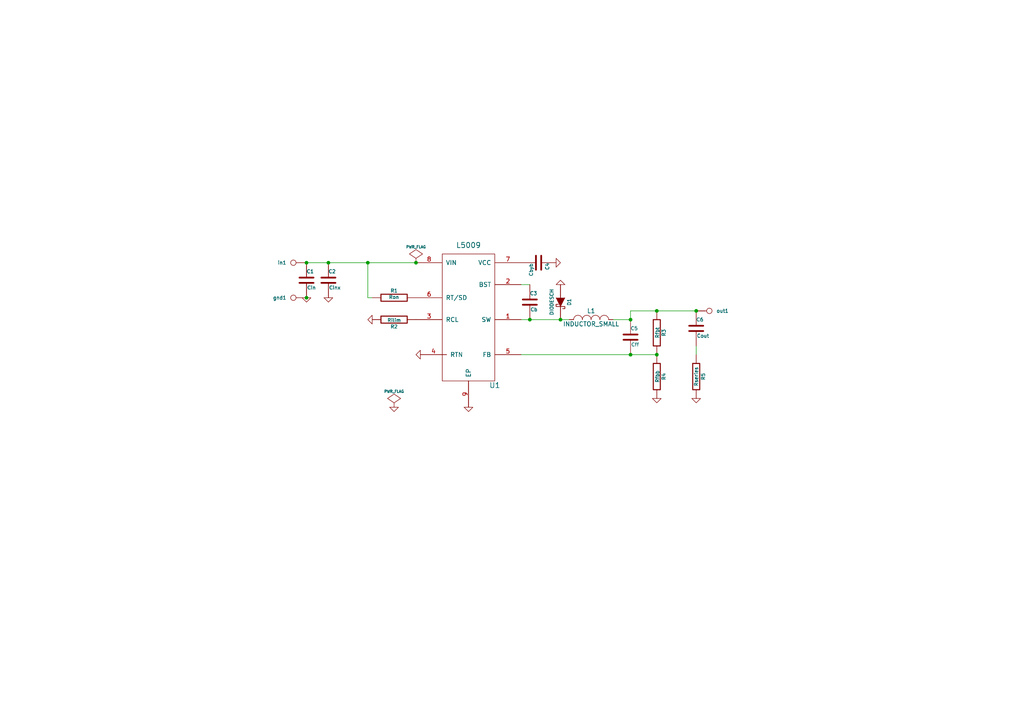
<source format=kicad_sch>
(kicad_sch (version 20230121) (generator eeschema)
  (paper "A4")
  (lib_symbols
    (symbol "step_down-rescue:C" (pin_numbers hide) (pin_names (offset 0.254))
      (property "Reference" "C" (at 0 2.54 0))
      (property "Value" "C" (at 0.1524 -2.159 0))
      (symbol "C_0_1"
        (polyline (pts (xy -2.032 -0.762) (xy 2.032 -0.762)) (stroke (width 0.508)))
        (polyline (pts (xy -2.032 0.762) (xy 2.032 0.762)) (stroke (width 0.508)))
      )
      (symbol "C_1_1"
        (pin passive line (at 0 5.08 270) (length 4.318) (name "~") (number "1"))
        (pin passive line (at 0 -5.08 90) (length 4.318) (name "~") (number "2"))
      )
    )
    (symbol "step_down-rescue:CONN_1" (pin_numbers hide) (pin_names (offset 0.762) hide)
      (property "Reference" "P" (at 2.032 0 0))
      (symbol "CONN_1_0_1"
        (polyline (pts (xy -0.762 0) (xy -1.27 0)))
        (circle (center 0 0) (radius 0.7874))
      )
      (symbol "CONN_1_1_1"
        (pin passive line (at -3.81 0 0) (length 2.54) (name "1") (number "1"))
      )
    )
    (symbol "step_down-rescue:DIODESCH" (pin_numbers hide) (pin_names (offset 1.016) hide)
      (property "Reference" "D" (at 0 2.54 0))
      (property "Value" "DIODESCH" (at 0 -2.54 0))
      (symbol "DIODESCH_0_1"
        (polyline (pts (xy -1.27 1.27) (xy 1.27 0) (xy -1.27 -1.27)) (fill (type outline)))
        (polyline (pts (xy 1.905 0.635) (xy 1.905 1.27) (xy 1.27 1.27) (xy 1.27 -1.27) (xy 0.635 -1.27) (xy 0.635 -0.635)) (stroke (width 0.2032)))
      )
      (symbol "DIODESCH_1_1"
        (pin passive line (at -5.08 0 0) (length 3.81) (name "A") (number "1"))
        (pin passive line (at 5.08 0 180) (length 3.81) (name "K") (number "2"))
      )
    )
    (symbol "step_down-rescue:GND" (power) (pin_names (offset 0))
      (symbol "GND_0_1"
        (polyline (pts (xy -1.27 0) (xy 0 -1.27) (xy 1.27 0) (xy -1.27 0)))
      )
      (symbol "GND_1_1"
        (pin power_in line (at 0 0 90) (length 0) hide (name "GND") (number "1"))
      )
    )
    (symbol "step_down-rescue:INDUCTOR_SMALL" (pin_numbers hide) (pin_names (offset 0) hide)
      (property "Reference" "L" (at 0 2.54 0))
      (property "Value" "INDUCTOR_SMALL" (at 0 -1.27 0))
      (symbol "INDUCTOR_SMALL_0_1"
        (arc (start -2.54 0) (mid -3.81 1.2645) (end -5.08 0))
        (arc (start 0 0) (mid -1.27 1.2645) (end -2.54 0))
        (arc (start 2.54 0) (mid 1.27 1.2645) (end 0 0))
        (arc (start 5.08 0) (mid 3.81 1.2645) (end 2.54 0))
      )
      (symbol "INDUCTOR_SMALL_1_1"
        (pin input line (at -6.35 0 0) (length 1.27) (name "1") (number "1"))
        (pin input line (at 6.35 0 180) (length 1.27) (name "2") (number "2"))
      )
    )
    (symbol "step_down-rescue:L5009" (pin_names (offset 1.016))
      (property "Reference" "U" (at 7.62 -17.78 0))
      (property "Value" "L5009" (at 0 22.86 0))
      (symbol "L5009_0_1"
        (rectangle (start -7.62 20.32) (end 7.62 -16.51))
      )
      (symbol "L5009_1_1"
        (pin output line (at 15.24 1.27 180) (length 7.62) (name "SW") (number "1"))
        (pin passive line (at 15.24 11.43 180) (length 7.62) (name "BST") (number "2"))
        (pin passive line (at -15.24 1.27 0) (length 7.62) (name "RCL") (number "3"))
        (pin power_in line (at -13.97 -8.89 0) (length 7.62) (name "RTN") (number "4"))
        (pin input line (at 15.24 -8.89 180) (length 7.62) (name "FB") (number "5"))
        (pin passive line (at -15.24 7.62 0) (length 7.62) (name "RT/SD") (number "6"))
        (pin power_out line (at 15.24 17.78 180) (length 7.62) (name "VCC") (number "7"))
        (pin power_in line (at -15.24 17.78 0) (length 7.62) (name "VIN") (number "8"))
        (pin passive line (at 0 -24.13 90) (length 7.62) (name "EP") (number "9"))
      )
    )
    (symbol "step_down-rescue:PWR_FLAG" (power) (pin_numbers hide) (pin_names (offset 0) hide)
      (property "Value" "PWR_FLAG" (at 0 4.572 0))
      (symbol "PWR_FLAG_0_0"
        (pin power_out line (at 0 0 90) (length 0) (name "pwr") (number "1"))
      )
      (symbol "PWR_FLAG_0_1"
        (polyline (pts (xy 0 0) (xy 0 1.27) (xy -1.905 2.54) (xy 0 3.81) (xy 1.905 2.54) (xy 0 1.27)))
      )
    )
    (symbol "step_down-rescue:R" (pin_numbers hide) (pin_names (offset 0))
      (property "Reference" "R" (at 2.032 0 90))
      (property "Value" "R" (at 0.1778 0.0254 90))
      (symbol "R_0_1"
        (rectangle (start -1.016 3.81) (end 1.016 -3.81) (stroke (width 0.3048)))
      )
      (symbol "R_1_1"
        (pin passive line (at 0 6.35 270) (length 2.54) (name "~") (number "1"))
        (pin passive line (at 0 -6.35 90) (length 2.54) (name "~") (number "2"))
      )
    )
  )
  (junction (at 162.56 92.71))
  (junction (at 182.88 102.87))
  (junction (at 182.88 92.71))
  (junction (at 201.93 90.17))
  (junction (at 95.25 76.2))
  (junction (at 190.5 90.17))
  (junction (at 106.68 76.2))
  (junction (at 88.9 86.36))
  (junction (at 190.5 102.87))
  (junction (at 88.9 76.2))
  (junction (at 120.65 76.2))
  (junction (at 153.67 92.71))
  (wire (pts (xy 106.68 76.2) (xy 106.68 86.36)))
  (wire (pts (xy 151.13 82.55) (xy 153.67 82.55)))
  (wire (pts (xy 182.88 92.71) (xy 182.88 90.17)))
  (wire (pts (xy 95.25 76.2) (xy 106.68 76.2)))
  (wire (pts (xy 162.56 92.71) (xy 165.1 92.71)))
  (wire (pts (xy 88.9 76.2) (xy 95.25 76.2)))
  (wire (pts (xy 190.5 90.17) (xy 201.93 90.17)))
  (wire (pts (xy 151.13 102.87) (xy 182.88 102.87)))
  (wire (pts (xy 182.88 90.17) (xy 190.5 90.17)))
  (wire (pts (xy 182.88 102.87) (xy 190.5 102.87)))
  (wire (pts (xy 153.67 92.71) (xy 162.56 92.71)))
  (wire (pts (xy 106.68 76.2) (xy 120.65 76.2)))
  (wire (pts (xy 201.93 102.87) (xy 201.93 100.33)))
  (wire (pts (xy 151.13 92.71) (xy 153.67 92.71)))
  (wire (pts (xy 106.68 86.36) (xy 107.95 86.36)))
  (wire (pts (xy 177.8 92.71) (xy 182.88 92.71)))
  (symbol (lib_id "step_down-rescue:C") (at 88.9 81.28 0) (unit 1)
    (property "Reference" "C1" (at 88.9 78.74 0) (effects (font (size 1.016 1.016)) (justify left)))
    (property "Value" "Cin" (at 89.0524 83.439 0) (effects (font (size 1.016 1.016)) (justify left)))
    (property "Footprint" "Capacitors_SMD:c_1206" (effects hide))
    (property "Bauteilwert" "1uF" (effects hide))
  )
  (symbol (lib_id "step_down-rescue:C") (at 95.25 81.28 0) (unit 1)
    (property "Reference" "C2" (at 95.25 78.74 0) (effects (font (size 1.016 1.016)) (justify left)))
    (property "Value" "Cinx" (at 95.4024 83.439 0) (effects (font (size 1.016 1.016)) (justify left)))
    (property "Footprint" "Capacitors_SMD:c_0805" (effects hide))
    (property "Bauteilwert" "100nF" (effects hide))
  )
  (symbol (lib_id "step_down-rescue:R") (at 114.3 86.36 90) (unit 1)
    (property "Reference" "R1" (at 114.3 84.328 90) (effects (font (size 1.016 1.016))))
    (property "Value" "Ron" (at 114.2746 86.1822 90) (effects (font (size 1.016 1.016))))
    (property "Footprint" "SMD_Packages:SM0402" (effects hide))
    (property "Bauteilwert" "332k" (effects hide))
  )
  (symbol (lib_id "step_down-rescue:C") (at 153.67 87.63 0) (unit 1)
    (property "Reference" "C3" (at 153.67 85.09 0) (effects (font (size 1.016 1.016)) (justify left)))
    (property "Value" "Cb" (at 153.8224 89.789 0) (effects (font (size 1.016 1.016)) (justify left)))
    (property "Footprint" "Capacitors_SMD:c_0402" (effects hide))
    (property "Bauteilwert" "10nF" (effects hide))
  )
  (symbol (lib_id "step_down-rescue:DIODESCH") (at 162.56 87.63 270) (unit 1)
    (property "Reference" "D1" (at 165.1 87.63 0) (effects (font (size 1.016 1.016))))
    (property "Value" "DIODESCH" (at 160.02 87.63 0) (effects (font (size 1.016 1.016))))
    (property "Footprint" "Diodes_SMD:Diode-SMA_Standard" (effects hide))
    (property "Bauteilwert" "1A 750mV" (effects hide))
  )
  (symbol (lib_id "step_down-rescue:INDUCTOR_SMALL") (at 171.45 92.71 0) (unit 1)
    (property "Reference" "L1" (at 171.45 90.17 0))
    (property "Value" "INDUCTOR_SMALL" (at 171.45 93.98 0))
    (property "Footprint" "toni:SRR7032_Series" (effects hide))
    (property "Bauteilwert" "470uH 1,4mOhm" (effects hide))
  )
  (symbol (lib_id "step_down-rescue:R") (at 114.3 92.71 270) (unit 1)
    (property "Reference" "R2" (at 114.3 94.742 90) (effects (font (size 1.016 1.016))))
    (property "Value" "Rilim" (at 114.3254 92.8878 90) (effects (font (size 1.016 1.016))))
    (property "Footprint" "SMD_Packages:SM0402" (effects hide))
    (property "Bauteilwert" "169k" (effects hide))
  )
  (symbol (lib_id "step_down-rescue:C") (at 156.21 76.2 270) (unit 1)
    (property "Reference" "C4" (at 158.75 76.2 0) (effects (font (size 1.016 1.016)) (justify left)))
    (property "Value" "Cbyb" (at 154.051 76.3524 0) (effects (font (size 1.016 1.016)) (justify left)))
    (property "Footprint" "SMD_Packages:SM0805" (effects hide))
    (property "Bauteilwert" "470nF" (effects hide))
  )
  (symbol (lib_id "step_down-rescue:C") (at 182.88 97.79 0) (unit 1)
    (property "Reference" "C5" (at 182.88 95.25 0) (effects (font (size 1.016 1.016)) (justify left)))
    (property "Value" "Cff" (at 183.0324 99.949 0) (effects (font (size 1.016 1.016)) (justify left)))
    (property "Footprint" "Capacitors_SMD:c_1206" (effects hide))
    (property "Bauteilwert" "5,6nF" (effects hide))
  )
  (symbol (lib_id "step_down-rescue:R") (at 190.5 96.52 0) (unit 1)
    (property "Reference" "R3" (at 192.532 96.52 90) (effects (font (size 1.016 1.016))))
    (property "Value" "Rfbt" (at 190.6778 96.4946 90) (effects (font (size 1.016 1.016))))
    (property "Footprint" "SMD_Packages:SM0402" (effects hide))
    (property "Bauteilwert" "4,99k" (effects hide))
  )
  (symbol (lib_id "step_down-rescue:R") (at 190.5 109.22 0) (unit 1)
    (property "Reference" "R4" (at 192.532 109.22 90) (effects (font (size 1.016 1.016))))
    (property "Value" "Rfbb" (at 190.6778 109.1946 90) (effects (font (size 1.016 1.016))))
    (property "Footprint" "SMD_Packages:SM0402" (effects hide))
    (property "Bauteilwert" "1k" (effects hide))
  )
  (symbol (lib_id "step_down-rescue:C") (at 201.93 95.25 0) (unit 1)
    (property "Reference" "C6" (at 201.93 92.71 0) (effects (font (size 1.016 1.016)) (justify left)))
    (property "Value" "Cout" (at 202.0824 97.409 0) (effects (font (size 1.016 1.016)) (justify left)))
    (property "Footprint" "Capacitors_SMD:c_0805" (effects hide))
    (property "Bauteilwert" "4,7uF" (effects hide))
  )
  (symbol (lib_id "step_down-rescue:R") (at 201.93 109.22 0) (unit 1)
    (property "Reference" "R5" (at 203.962 109.22 90) (effects (font (size 1.016 1.016))))
    (property "Value" "Rseries" (at 201.93 109.22 90) (effects (font (size 1.016 1.016))))
    (property "Footprint" "SMD_Packages:SM1206" (effects hide))
    (property "Bauteilwert" "500mOhm" (effects hide))
  )
  (symbol (lib_id "step_down-rescue:L5009") (at 135.89 93.98 0) (unit 1)
    (property "Reference" "U1" (at 143.51 111.76 0) (effects (font (size 1.524 1.524))))
    (property "Value" "L5009" (at 135.89 71.12 0) (effects (font (size 1.524 1.524))))
    (property "Footprint" "SMD_Packages:SSOP8-9" (effects hide))
  )
  (symbol (lib_id "step_down-rescue:GND") (at 161.29 76.2 90) (unit 1)
    (property "Reference" "#PWR01" (effects hide))
    (property "Value" "GND" (effects hide))
  )
  (symbol (lib_id "step_down-rescue:GND") (at 121.92 102.87 270) (unit 1)
    (property "Reference" "#PWR02" (effects hide))
    (property "Value" "GND" (effects hide))
  )
  (symbol (lib_id "step_down-rescue:GND") (at 107.95 92.71 270) (unit 1)
    (property "Reference" "#PWR03" (effects hide))
    (property "Value" "GND" (effects hide))
  )
  (symbol (lib_id "step_down-rescue:GND") (at 95.25 86.36 0) (unit 1)
    (property "Reference" "#PWR04" (effects hide))
    (property "Value" "GND" (effects hide))
  )
  (symbol (lib_id "step_down-rescue:GND") (at 88.9 86.36 0) (unit 1)
    (property "Reference" "#PWR05" (effects hide))
    (property "Value" "GND" (effects hide))
  )
  (symbol (lib_id "step_down-rescue:GND") (at 135.89 118.11 0) (unit 1)
    (property "Reference" "#PWR06" (effects hide))
    (property "Value" "GND" (effects hide))
  )
  (symbol (lib_id "step_down-rescue:GND") (at 190.5 115.57 0) (unit 1)
    (property "Reference" "#PWR07" (effects hide))
    (property "Value" "GND" (effects hide))
  )
  (symbol (lib_id "step_down-rescue:GND") (at 162.56 82.55 180) (unit 1)
    (property "Reference" "#PWR08" (effects hide))
    (property "Value" "GND" (effects hide))
  )
  (symbol (lib_id "step_down-rescue:GND") (at 201.93 115.57 0) (unit 1)
    (property "Reference" "#PWR09" (effects hide))
    (property "Value" "GND" (effects hide))
  )
  (symbol (lib_id "step_down-rescue:PWR_FLAG") (at 120.65 76.2 0) (unit 1)
    (property "Reference" "#FLG010" (effects hide))
    (property "Value" "PWR_FLAG" (at 120.65 71.628 0) (effects (font (size 0.762 0.762))))
  )
  (symbol (lib_id "step_down-rescue:GND") (at 114.3 118.11 0) (unit 1)
    (property "Reference" "#PWR011" (effects hide))
    (property "Value" "GND" (effects hide))
  )
  (symbol (lib_id "step_down-rescue:PWR_FLAG") (at 114.3 118.11 0) (unit 1)
    (property "Reference" "#FLG012" (effects hide))
    (property "Value" "PWR_FLAG" (at 114.3 113.538 0) (effects (font (size 0.762 0.762))))
  )
  (symbol (lib_id "step_down-rescue:CONN_1") (at 85.09 76.2 180) (unit 1)
    (property "Reference" "in1" (at 83.058 76.2 0) (effects (font (size 1.016 1.016)) (justify left)))
    (property "Value" "CONN_1" (effects hide))
    (property "Footprint" "Connect:SIL-1" (effects hide))
  )
  (symbol (lib_id "step_down-rescue:CONN_1") (at 85.09 86.36 180) (unit 1)
    (property "Reference" "gnd1" (at 83.058 86.36 0) (effects (font (size 1.016 1.016)) (justify left)))
    (property "Value" "CONN_1" (effects hide))
    (property "Footprint" "Connect:SIL-1" (effects hide))
  )
  (symbol (lib_id "step_down-rescue:CONN_1") (at 205.74 90.17 0) (unit 1)
    (property "Reference" "out1" (at 207.772 90.17 0) (effects (font (size 1.016 1.016)) (justify left)))
    (property "Value" "CONN_1" (effects hide))
    (property "Footprint" "Connect:SIL-1" (effects hide))
  )
)
</source>
